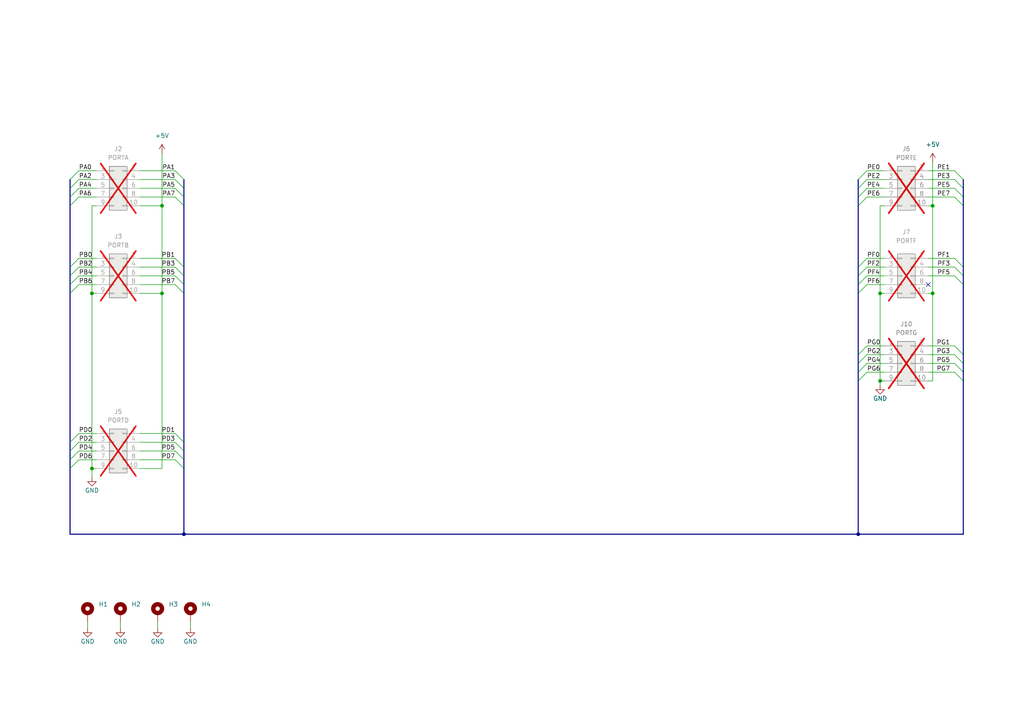
<source format=kicad_sch>
(kicad_sch (version 20231120) (generator "eeschema") (generator_version "8.0")
  (paper "A4")
  (title_block (title "AVRbrain") (date "2024-01-23") (rev "1.0") (company "(C) 2023 J.B. Langston") (comment 1 "https://github.com/jblang/avrbrain"))
  (lib_symbols
    (symbol "Connector_Generic:Conn_02x05_Odd_Even" (pin_names (offset 1.016) hide)
      (property "Reference" "J" (at 1.27 7.62 0))
      (property "Value" "Conn_02x05_Odd_Even" (at 1.27 -7.62 0))
      (symbol "Conn_02x05_Odd_Even_1_1"
        (rectangle (start -1.27 -4.953) (end 0 -5.207) (stroke (width 0.1524)))
        (rectangle (start -1.27 -2.413) (end 0 -2.667) (stroke (width 0.1524)))
        (rectangle (start -1.27 0.127) (end 0 -0.127) (stroke (width 0.1524)))
        (rectangle (start -1.27 2.667) (end 0 2.413) (stroke (width 0.1524)))
        (rectangle (start -1.27 5.207) (end 0 4.953) (stroke (width 0.1524)))
        (rectangle (start -1.27 6.35) (end 3.81 -6.35) (stroke (width 0.254)) (fill (type background)))
        (rectangle (start 3.81 -4.953) (end 2.54 -5.207) (stroke (width 0.1524)))
        (rectangle (start 3.81 -2.413) (end 2.54 -2.667) (stroke (width 0.1524)))
        (rectangle (start 3.81 0.127) (end 2.54 -0.127) (stroke (width 0.1524)))
        (rectangle (start 3.81 2.667) (end 2.54 2.413) (stroke (width 0.1524)))
        (rectangle (start 3.81 5.207) (end 2.54 4.953) (stroke (width 0.1524)))
        (pin passive line (at -5.08 5.08 0) (length 3.81) (name "Pin_1") (number "1"))
        (pin passive line (at 7.62 -5.08 180) (length 3.81) (name "Pin_10") (number "10"))
        (pin passive line (at 7.62 5.08 180) (length 3.81) (name "Pin_2") (number "2"))
        (pin passive line (at -5.08 2.54 0) (length 3.81) (name "Pin_3") (number "3"))
        (pin passive line (at 7.62 2.54 180) (length 3.81) (name "Pin_4") (number "4"))
        (pin passive line (at -5.08 0 0) (length 3.81) (name "Pin_5") (number "5"))
        (pin passive line (at 7.62 0 180) (length 3.81) (name "Pin_6") (number "6"))
        (pin passive line (at -5.08 -2.54 0) (length 3.81) (name "Pin_7") (number "7"))
        (pin passive line (at 7.62 -2.54 180) (length 3.81) (name "Pin_8") (number "8"))
        (pin passive line (at -5.08 -5.08 0) (length 3.81) (name "Pin_9") (number "9"))
      )
    )
    (symbol "Mechanical:MountingHole_Pad" (pin_numbers hide) (pin_names (offset 1.016) hide)
      (property "Reference" "H" (at 0 6.35 0))
      (property "Value" "MountingHole_Pad" (at 0 4.445 0))
      (symbol "MountingHole_Pad_0_1"
        (circle (center 0 1.27) (radius 1.27) (stroke (width 1.27)))
      )
      (symbol "MountingHole_Pad_1_1"
        (pin input line (at 0 -2.54 90) (length 2.54) (name "1") (number "1"))
      )
    )
    (symbol "power:+5V" (power) (pin_names (offset 0))
      (property "Value" "+5V" (at 0 3.556 0))
      (symbol "+5V_0_1"
        (polyline (pts (xy -0.762 1.27) (xy 0 2.54)))
        (polyline (pts (xy 0 0) (xy 0 2.54)))
        (polyline (pts (xy 0 2.54) (xy 0.762 1.27)))
      )
      (symbol "+5V_1_1"
        (pin power_in line (at 0 0 90) (length 0) hide (name "+5V") (number "1"))
      )
    )
    (symbol "power:GND" (power) (pin_names (offset 0))
      (property "Value" "GND" (at 0 -3.81 0))
      (symbol "GND_0_1"
        (polyline (pts (xy 0 0) (xy 0 -1.27) (xy 1.27 -1.27) (xy 0 -2.54) (xy -1.27 -1.27) (xy 0 -1.27)))
      )
      (symbol "GND_1_1"
        (pin power_in line (at 0 0 270) (length 0) hide (name "GND") (number "1"))
      )
    )
  )
  (junction (at 255.27 85.09))
  (junction (at 270.51 59.69))
  (junction (at 248.92 154.94))
  (junction (at 270.51 85.09))
  (junction (at 46.99 85.09))
  (junction (at 26.67 135.89))
  (junction (at 53.34 154.94))
  (junction (at 46.99 59.69))
  (junction (at 255.27 110.49))
  (junction (at 26.67 85.09))
  (no_connect (at 269.24 82.55))
  (bus_entry (at 251.46 80.01) (size -2.54 2.54))
  (bus_entry (at 22.86 130.81) (size -2.54 2.54))
  (bus_entry (at 50.8 57.15) (size 2.54 2.54))
  (bus_entry (at 22.86 54.61) (size -2.54 2.54))
  (bus_entry (at 22.86 74.93) (size -2.54 2.54))
  (bus_entry (at 251.46 57.15) (size -2.54 2.54))
  (bus_entry (at 50.8 52.07) (size 2.54 2.54))
  (bus_entry (at 276.86 52.07) (size 2.54 2.54))
  (bus_entry (at 50.8 80.01) (size 2.54 2.54))
  (bus_entry (at 251.46 52.07) (size -2.54 2.54))
  (bus_entry (at 276.86 80.01) (size 2.54 2.54))
  (bus_entry (at 22.86 77.47) (size -2.54 2.54))
  (bus_entry (at 276.86 77.47) (size 2.54 2.54))
  (bus_entry (at 50.8 49.53) (size 2.54 2.54))
  (bus_entry (at 251.46 107.95) (size -2.54 2.54))
  (bus_entry (at 251.46 100.33) (size -2.54 2.54))
  (bus_entry (at 276.86 100.33) (size 2.54 2.54))
  (bus_entry (at 276.86 54.61) (size 2.54 2.54))
  (bus_entry (at 50.8 77.47) (size 2.54 2.54))
  (bus_entry (at 50.8 82.55) (size 2.54 2.54))
  (bus_entry (at 251.46 74.93) (size -2.54 2.54))
  (bus_entry (at 276.86 49.53) (size 2.54 2.54))
  (bus_entry (at 22.86 57.15) (size -2.54 2.54))
  (bus_entry (at 50.8 125.73) (size 2.54 2.54))
  (bus_entry (at 251.46 49.53) (size -2.54 2.54))
  (bus_entry (at 251.46 82.55) (size -2.54 2.54))
  (bus_entry (at 22.86 52.07) (size -2.54 2.54))
  (bus_entry (at 22.86 133.35) (size -2.54 2.54))
  (bus_entry (at 251.46 102.87) (size -2.54 2.54))
  (bus_entry (at 50.8 74.93) (size 2.54 2.54))
  (bus_entry (at 50.8 54.61) (size 2.54 2.54))
  (bus_entry (at 251.46 77.47) (size -2.54 2.54))
  (bus_entry (at 22.86 125.73) (size -2.54 2.54))
  (bus_entry (at 276.86 74.93) (size 2.54 2.54))
  (bus_entry (at 251.46 105.41) (size -2.54 2.54))
  (bus_entry (at 276.86 107.95) (size 2.54 2.54))
  (bus_entry (at 276.86 102.87) (size 2.54 2.54))
  (bus_entry (at 22.86 82.55) (size -2.54 2.54))
  (bus_entry (at 276.86 105.41) (size 2.54 2.54))
  (bus_entry (at 251.46 54.61) (size -2.54 2.54))
  (bus_entry (at 22.86 49.53) (size -2.54 2.54))
  (bus_entry (at 22.86 80.01) (size -2.54 2.54))
  (bus_entry (at 276.86 57.15) (size 2.54 2.54))
  (bus_entry (at 50.8 128.27) (size 2.54 2.54))
  (bus_entry (at 22.86 128.27) (size -2.54 2.54))
  (bus_entry (at 50.8 130.81) (size 2.54 2.54))
  (bus_entry (at 50.8 133.35) (size 2.54 2.54))
  (bus (pts (xy 248.92 54.61) (xy 248.92 57.15)))
  (wire (pts (xy 22.86 82.55) (xy 27.94 82.55)))
  (wire (pts (xy 269.24 107.95) (xy 276.86 107.95)))
  (wire (pts (xy 40.64 77.47) (xy 50.8 77.47)))
  (wire (pts (xy 22.86 54.61) (xy 27.94 54.61)))
  (bus (pts (xy 20.32 130.81) (xy 20.32 133.35)))
  (bus (pts (xy 248.92 110.49) (xy 248.92 154.94)))
  (wire (pts (xy 270.51 46.99) (xy 270.51 59.69)))
  (wire (pts (xy 255.27 110.49) (xy 255.27 85.09)))
  (wire (pts (xy 40.64 125.73) (xy 50.8 125.73)))
  (wire (pts (xy 22.86 49.53) (xy 27.94 49.53)))
  (wire (pts (xy 22.86 125.73) (xy 27.94 125.73)))
  (wire (pts (xy 22.86 57.15) (xy 27.94 57.15)))
  (bus (pts (xy 53.34 154.94) (xy 248.92 154.94)))
  (wire (pts (xy 251.46 52.07) (xy 256.54 52.07)))
  (wire (pts (xy 251.46 57.15) (xy 256.54 57.15)))
  (bus (pts (xy 248.92 102.87) (xy 248.92 105.41)))
  (wire (pts (xy 22.86 128.27) (xy 27.94 128.27)))
  (bus (pts (xy 53.34 57.15) (xy 53.34 59.69)))
  (wire (pts (xy 251.46 74.93) (xy 256.54 74.93)))
  (wire (pts (xy 40.64 130.81) (xy 50.8 130.81)))
  (wire (pts (xy 251.46 100.33) (xy 256.54 100.33)))
  (wire (pts (xy 269.24 49.53) (xy 276.86 49.53)))
  (bus (pts (xy 279.4 80.01) (xy 279.4 82.55)))
  (wire (pts (xy 251.46 107.95) (xy 256.54 107.95)))
  (wire (pts (xy 269.24 52.07) (xy 276.86 52.07)))
  (bus (pts (xy 20.32 52.07) (xy 20.32 54.61)))
  (bus (pts (xy 20.32 133.35) (xy 20.32 135.89)))
  (wire (pts (xy 40.64 82.55) (xy 50.8 82.55)))
  (bus (pts (xy 20.32 128.27) (xy 20.32 130.81)))
  (wire (pts (xy 22.86 130.81) (xy 27.94 130.81)))
  (wire (pts (xy 22.86 52.07) (xy 27.94 52.07)))
  (wire (pts (xy 40.64 128.27) (xy 50.8 128.27)))
  (bus (pts (xy 248.92 82.55) (xy 248.92 85.09)))
  (bus (pts (xy 248.92 107.95) (xy 248.92 110.49)))
  (bus (pts (xy 53.34 82.55) (xy 53.34 85.09)))
  (wire (pts (xy 26.67 135.89) (xy 26.67 138.43)))
  (wire (pts (xy 40.64 85.09) (xy 46.99 85.09)))
  (wire (pts (xy 256.54 59.69) (xy 255.27 59.69)))
  (bus (pts (xy 20.32 57.15) (xy 20.32 59.69)))
  (wire (pts (xy 25.4 180.34) (xy 25.4 182.245)))
  (bus (pts (xy 248.92 85.09) (xy 248.92 102.87)))
  (wire (pts (xy 45.72 180.34) (xy 45.72 182.245)))
  (bus (pts (xy 20.32 59.69) (xy 20.32 77.47)))
  (wire (pts (xy 22.86 133.35) (xy 27.94 133.35)))
  (wire (pts (xy 270.51 59.69) (xy 270.51 85.09)))
  (wire (pts (xy 255.27 110.49) (xy 255.27 111.76)))
  (wire (pts (xy 40.64 133.35) (xy 50.8 133.35)))
  (wire (pts (xy 269.24 100.33) (xy 276.86 100.33)))
  (wire (pts (xy 46.99 85.09) (xy 46.99 135.89)))
  (wire (pts (xy 251.46 49.53) (xy 256.54 49.53)))
  (wire (pts (xy 269.24 57.15) (xy 276.86 57.15)))
  (wire (pts (xy 251.46 54.61) (xy 256.54 54.61)))
  (wire (pts (xy 251.46 105.41) (xy 256.54 105.41)))
  (wire (pts (xy 46.99 59.69) (xy 46.99 85.09)))
  (wire (pts (xy 269.24 80.01) (xy 276.86 80.01)))
  (wire (pts (xy 269.24 105.41) (xy 276.86 105.41)))
  (wire (pts (xy 269.24 74.93) (xy 276.86 74.93)))
  (bus (pts (xy 248.92 59.69) (xy 248.92 77.47)))
  (bus (pts (xy 53.34 128.27) (xy 53.34 130.81)))
  (wire (pts (xy 22.86 80.01) (xy 27.94 80.01)))
  (wire (pts (xy 26.67 135.89) (xy 27.94 135.89)))
  (wire (pts (xy 251.46 82.55) (xy 256.54 82.55)))
  (wire (pts (xy 269.24 77.47) (xy 276.86 77.47)))
  (bus (pts (xy 20.32 80.01) (xy 20.32 82.55)))
  (wire (pts (xy 269.24 54.61) (xy 276.86 54.61)))
  (bus (pts (xy 279.4 54.61) (xy 279.4 57.15)))
  (wire (pts (xy 40.64 57.15) (xy 50.8 57.15)))
  (wire (pts (xy 34.925 180.34) (xy 34.925 182.245)))
  (wire (pts (xy 40.64 74.93) (xy 50.8 74.93)))
  (bus (pts (xy 53.34 54.61) (xy 53.34 57.15)))
  (wire (pts (xy 40.64 59.69) (xy 46.99 59.69)))
  (wire (pts (xy 40.64 135.89) (xy 46.99 135.89)))
  (wire (pts (xy 40.64 54.61) (xy 50.8 54.61)))
  (bus (pts (xy 248.92 77.47) (xy 248.92 80.01)))
  (wire (pts (xy 22.86 77.47) (xy 27.94 77.47)))
  (bus (pts (xy 279.4 57.15) (xy 279.4 59.69)))
  (bus (pts (xy 20.32 77.47) (xy 20.32 80.01)))
  (wire (pts (xy 22.86 74.93) (xy 27.94 74.93)))
  (bus (pts (xy 53.34 80.01) (xy 53.34 82.55)))
  (bus (pts (xy 20.32 85.09) (xy 20.32 128.27)))
  (bus (pts (xy 20.32 82.55) (xy 20.32 85.09)))
  (wire (pts (xy 40.64 49.53) (xy 50.8 49.53)))
  (bus (pts (xy 53.34 135.89) (xy 53.34 154.94)))
  (wire (pts (xy 251.46 77.47) (xy 256.54 77.47)))
  (bus (pts (xy 53.34 52.07) (xy 53.34 54.61)))
  (wire (pts (xy 270.51 85.09) (xy 269.24 85.09)))
  (bus (pts (xy 53.34 59.69) (xy 53.34 77.47)))
  (bus (pts (xy 20.32 54.61) (xy 20.32 57.15)))
  (wire (pts (xy 26.67 59.69) (xy 26.67 85.09)))
  (bus (pts (xy 248.92 57.15) (xy 248.92 59.69)))
  (wire (pts (xy 255.27 85.09) (xy 256.54 85.09)))
  (wire (pts (xy 46.99 44.45) (xy 46.99 59.69)))
  (bus (pts (xy 53.34 133.35) (xy 53.34 135.89)))
  (wire (pts (xy 27.94 59.69) (xy 26.67 59.69)))
  (bus (pts (xy 248.92 52.07) (xy 248.92 54.61)))
  (bus (pts (xy 279.4 82.55) (xy 279.4 102.87)))
  (bus (pts (xy 248.92 154.94) (xy 279.4 154.94)))
  (bus (pts (xy 279.4 77.47) (xy 279.4 80.01)))
  (bus (pts (xy 248.92 105.41) (xy 248.92 107.95)))
  (bus (pts (xy 279.4 110.49) (xy 279.4 154.94)))
  (wire (pts (xy 40.64 52.07) (xy 50.8 52.07)))
  (wire (pts (xy 26.67 85.09) (xy 27.94 85.09)))
  (wire (pts (xy 270.51 110.49) (xy 270.51 85.09)))
  (bus (pts (xy 279.4 107.95) (xy 279.4 110.49)))
  (wire (pts (xy 269.24 59.69) (xy 270.51 59.69)))
  (bus (pts (xy 279.4 52.07) (xy 279.4 54.61)))
  (bus (pts (xy 53.34 85.09) (xy 53.34 128.27)))
  (bus (pts (xy 20.32 135.89) (xy 20.32 154.94)))
  (bus (pts (xy 279.4 102.87) (xy 279.4 105.41)))
  (bus (pts (xy 279.4 59.69) (xy 279.4 77.47)))
  (bus (pts (xy 53.34 130.81) (xy 53.34 133.35)))
  (bus (pts (xy 53.34 77.47) (xy 53.34 80.01)))
  (wire (pts (xy 55.245 180.34) (xy 55.245 182.245)))
  (wire (pts (xy 256.54 110.49) (xy 255.27 110.49)))
  (wire (pts (xy 251.46 102.87) (xy 256.54 102.87)))
  (wire (pts (xy 40.64 80.01) (xy 50.8 80.01)))
  (wire (pts (xy 255.27 59.69) (xy 255.27 85.09)))
  (bus (pts (xy 248.92 80.01) (xy 248.92 82.55)))
  (wire (pts (xy 269.24 110.49) (xy 270.51 110.49)))
  (wire (pts (xy 26.67 85.09) (xy 26.67 135.89)))
  (wire (pts (xy 269.24 102.87) (xy 276.86 102.87)))
  (bus (pts (xy 279.4 105.41) (xy 279.4 107.95)))
  (bus (pts (xy 20.32 154.94) (xy 53.34 154.94)))
  (wire (pts (xy 251.46 80.01) (xy 256.54 80.01)))
  (label "PG3" (at 275.59 102.87 180))
  (label "PD4" (at 22.86 130.81 0))
  (label "PF3" (at 275.59 77.47 180))
  (label "PB7" (at 50.8 82.55 180))
  (label "PA4" (at 22.86 54.61 0))
  (label "PA6" (at 22.86 57.15 0))
  (label "PD0" (at 22.86 125.73 0))
  (label "PA3" (at 50.8 52.07 180))
  (label "PF0" (at 251.46 74.93 0))
  (label "PE6" (at 251.46 57.15 0))
  (label "PE1" (at 275.59 49.53 180))
  (label "PF6" (at 251.46 82.55 0))
  (label "PB4" (at 22.86 80.01 0))
  (label "PF2" (at 251.46 77.47 0))
  (label "PE0" (at 251.46 49.53 0))
  (label "PD7" (at 50.8 133.35 180))
  (label "PB1" (at 50.8 74.93 180))
  (label "PB6" (at 22.86 82.55 0))
  (label "PA0" (at 22.86 49.53 0))
  (label "PE2" (at 251.46 52.07 0))
  (label "PF1" (at 275.59 74.93 180))
  (label "PD3" (at 50.8 128.27 180))
  (label "PB3" (at 50.8 77.47 180))
  (label "PE7" (at 275.59 57.15 180))
  (label "PG1" (at 275.59 100.33 180))
  (label "PE3" (at 275.59 52.07 180))
  (label "PA2" (at 22.86 52.07 0))
  (label "PD5" (at 50.8 130.81 180))
  (label "PD1" (at 50.8 125.73 180))
  (label "PA7" (at 50.8 57.15 180))
  (label "PD2" (at 22.86 128.27 0))
  (label "PE5" (at 275.59 54.61 180))
  (label "PF4" (at 251.46 80.01 0))
  (label "PE4" (at 251.46 54.61 0))
  (label "PB5" (at 50.8 80.01 180))
  (label "PB2" (at 22.86 77.47 0))
  (label "PG5" (at 275.59 105.41 180))
  (label "PD6" (at 22.86 133.35 0))
  (label "PG2" (at 251.46 102.87 0))
  (label "PG6" (at 251.46 107.95 0))
  (label "PG0" (at 251.46 100.33 0))
  (label "PG7" (at 275.59 107.95 180))
  (label "PB0" (at 22.86 74.93 0))
  (label "PA1" (at 50.8 49.53 180))
  (label "PG4" (at 251.46 105.41 0))
  (label "PF5" (at 275.59 80.01 180))
  (label "PA5" (at 50.8 54.61 180))
  (symbol (lib_id "Connector_Generic:Conn_02x05_Odd_Even") (at 261.62 54.61 0) (unit 1) (dnp yes)
    (property "Reference" "J6" (at 262.89 43.18 0))
    (property "Value" "PORTE" (at 262.89 45.72 0))
    (property "Footprint" "Connector_PinHeader_2.54mm:PinHeader_2x05_P2.54mm_Vertical" (effects (hide yes)))
    (property "Description" "Generic connector, double row, 02x05, odd/even pin numbering scheme (row 1 odd numbers, row 2 even numbers), script generated (kicad-library-utils/schlib/autogen/connector/)" (effects (hide yes)))
  )
  (symbol (lib_id "Connector_Generic:Conn_02x05_Odd_Even") (at 33.02 80.01 0) (unit 1) (dnp yes)
    (property "Reference" "J3" (at 34.29 68.58 0))
    (property "Value" "PORTB" (at 34.29 71.12 0))
    (property "Footprint" "Connector_PinHeader_2.54mm:PinHeader_2x05_P2.54mm_Vertical" (effects (hide yes)))
    (property "Description" "Generic connector, double row, 02x05, odd/even pin numbering scheme (row 1 odd numbers, row 2 even numbers), script generated (kicad-library-utils/schlib/autogen/connector/)" (effects (hide yes)))
  )
  (symbol (lib_id "Connector_Generic:Conn_02x05_Odd_Even") (at 33.02 130.81 0) (unit 1) (dnp yes)
    (property "Reference" "J5" (at 34.29 119.38 0))
    (property "Value" "PORTD" (at 34.29 121.92 0))
    (property "Footprint" "Connector_PinHeader_2.54mm:PinHeader_2x05_P2.54mm_Vertical" (effects (hide yes)))
    (property "Description" "Generic connector, double row, 02x05, odd/even pin numbering scheme (row 1 odd numbers, row 2 even numbers), script generated (kicad-library-utils/schlib/autogen/connector/)" (effects (hide yes)))
  )
  (symbol (lib_id "power:GND") (at 34.925 182.245 0) (mirror y) (unit 1)
    (property "Reference" "#PWR022" (effects (hide yes)))
    (property "Value" "GND" (at 34.925 186.055 0))
  )
  (symbol (lib_id "Mechanical:MountingHole_Pad") (at 34.925 177.8 0) (unit 1)
    (property "Reference" "H2" (at 38.1 175.26 0) (effects (justify left)))
    (property "Value" "MountingHole_Pad" (effects (hide yes)))
    (property "Footprint" "MountingHole:MountingHole_2.2mm_M2_Pad_Via" (effects (hide yes)))
  )
  (symbol (lib_id "Connector_Generic:Conn_02x05_Odd_Even") (at 261.62 105.41 0) (unit 1) (dnp yes)
    (property "Reference" "J10" (at 262.89 93.98 0))
    (property "Value" "PORTG" (at 262.89 96.52 0))
    (property "Footprint" "Connector_PinHeader_2.54mm:PinHeader_2x05_P2.54mm_Vertical" (effects (hide yes)))
    (property "Description" "Generic connector, double row, 02x05, odd/even pin numbering scheme (row 1 odd numbers, row 2 even numbers), script generated (kicad-library-utils/schlib/autogen/connector/)" (effects (hide yes)))
  )
  (symbol (lib_id "Mechanical:MountingHole_Pad") (at 25.4 177.8 0) (unit 1)
    (property "Reference" "H1" (at 28.575 175.26 0) (effects (justify left)))
    (property "Value" "MountingHole_Pad" (effects (hide yes)))
    (property "Footprint" "MountingHole:MountingHole_2.2mm_M2_Pad_Via" (effects (hide yes)))
  )
  (symbol (lib_id "Connector_Generic:Conn_02x05_Odd_Even") (at 261.62 80.01 0) (unit 1) (dnp yes)
    (property "Reference" "J7" (at 262.89 67.31 0))
    (property "Value" "PORTF" (at 262.89 69.85 0))
    (property "Footprint" "Connector_PinHeader_2.54mm:PinHeader_2x05_P2.54mm_Vertical" (effects (hide yes)))
    (property "Description" "Generic connector, double row, 02x05, odd/even pin numbering scheme (row 1 odd numbers, row 2 even numbers), script generated (kicad-library-utils/schlib/autogen/connector/)" (effects (hide yes)))
  )
  (symbol (lib_id "power:+5V") (at 46.99 44.45 0) (unit 1)
    (property "Reference" "#PWR02" (effects (hide yes)))
    (property "Value" "+5V" (at 46.99 39.37 0))
  )
  (symbol (lib_id "power:+5V") (at 270.51 46.99 0) (unit 1)
    (property "Reference" "#PWR07" (effects (hide yes)))
    (property "Value" "+5V" (at 270.51 41.91 0))
  )
  (symbol (lib_id "power:GND") (at 255.27 111.76 0) (unit 1)
    (property "Reference" "#PWR01" (effects (hide yes)))
    (property "Value" "GND" (at 255.27 115.57 0))
  )
  (symbol (lib_id "Connector_Generic:Conn_02x05_Odd_Even") (at 33.02 54.61 0) (unit 1) (dnp yes)
    (property "Reference" "J2" (at 34.29 43.18 0))
    (property "Value" "PORTA" (at 34.29 45.72 0))
    (property "Footprint" "Connector_PinHeader_2.54mm:PinHeader_2x05_P2.54mm_Vertical" (effects (hide yes)))
    (property "Description" "Generic connector, double row, 02x05, odd/even pin numbering scheme (row 1 odd numbers, row 2 even numbers), script generated (kicad-library-utils/schlib/autogen/connector/)" (effects (hide yes)))
  )
  (symbol (lib_id "power:GND") (at 55.245 182.245 0) (mirror y) (unit 1)
    (property "Reference" "#PWR024" (effects (hide yes)))
    (property "Value" "GND" (at 55.245 186.055 0))
  )
  (symbol (lib_id "Mechanical:MountingHole_Pad") (at 55.245 177.8 0) (unit 1)
    (property "Reference" "H4" (at 58.42 175.26 0) (effects (justify left)))
    (property "Value" "MountingHole_Pad" (effects (hide yes)))
    (property "Footprint" "MountingHole:MountingHole_2.2mm_M2_Pad_Via" (effects (hide yes)))
  )
  (symbol (lib_id "power:GND") (at 26.67 138.43 0) (unit 1)
    (property "Reference" "#PWR018" (effects (hide yes)))
    (property "Value" "GND" (at 26.67 142.24 0))
  )
  (symbol (lib_id "power:GND") (at 25.4 182.245 0) (mirror y) (unit 1)
    (property "Reference" "#PWR021" (effects (hide yes)))
    (property "Value" "GND" (at 25.4 186.055 0))
  )
  (symbol (lib_id "power:GND") (at 45.72 182.245 0) (mirror y) (unit 1)
    (property "Reference" "#PWR023" (effects (hide yes)))
    (property "Value" "GND" (at 45.72 186.055 0))
  )
  (symbol (lib_id "Mechanical:MountingHole_Pad") (at 45.72 177.8 0) (unit 1)
    (property "Reference" "H3" (at 48.895 175.26 0) (effects (justify left)))
    (property "Value" "MountingHole_Pad" (effects (hide yes)))
    (property "Footprint" "MountingHole:MountingHole_2.2mm_M2_Pad_Via" (effects (hide yes)))
  )
)
</source>
